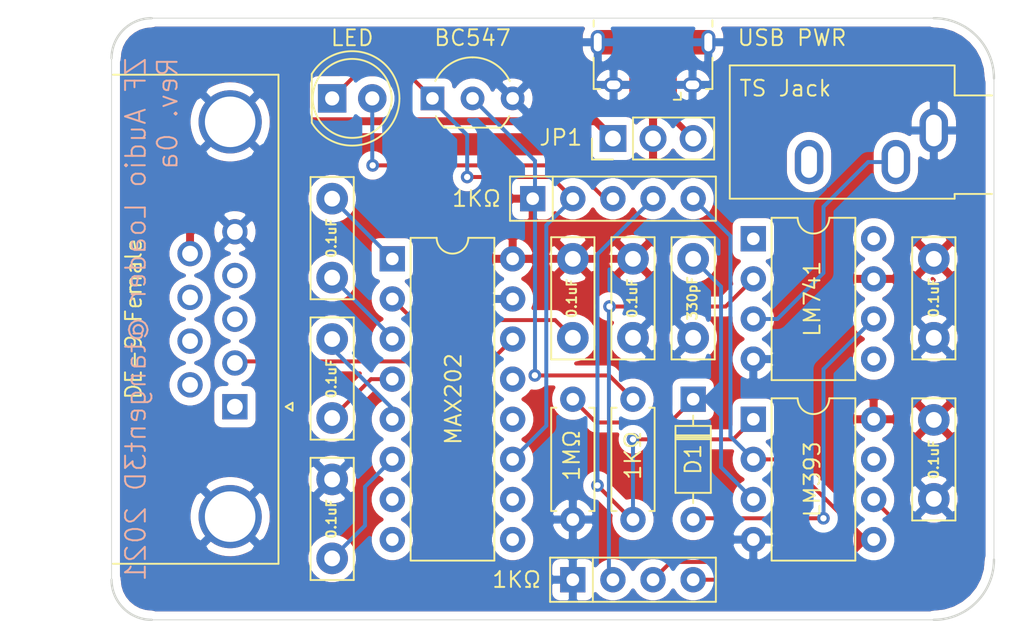
<source format=kicad_pcb>
(kicad_pcb (version 20171130) (host pcbnew "(5.1.12)-1")
  (layers (0 F.Cu signal) (31 B.Cu signal) (34 B.Paste user hide) (35 F.Paste user hide) (36 B.SilkS user) (37 F.SilkS user) (38 B.Mask user) (39 F.Mask user) (44 Edge.Cuts user))
  (net 0 "")
  (net 1 GND)
  (net 2 VCC)
  (net 3 "Net-(C4-Pad2)")
  (net 4 "Net-(C5-Pad2)")
  (net 5 "Net-(C5-Pad1)")
  (net 6 "Net-(C6-Pad2)")
  (net 7 "Net-(C7-Pad2)")
  (net 8 "Net-(C7-Pad1)")
  (net 9 "Net-(C8-Pad1)")
  (net 10 "Net-(D1-Pad2)")
  (net 11 RN1c)
  (net 12 RN1d)
  (net 13 "Net-(J1-Pad1)")
  (net 14 "Net-(J2-Pad1)")
  (net 15 "Net-(J2-Pad2)")
  (net 16 "Net-(J2-Pad3)")
  (net 17 "Net-(J2-Pad4)")
  (net 18 "Net-(J2-Pad6)")
  (net 19 "Net-(J2-Pad7)")
  (net 20 "Net-(J2-Pad8)")
  (net 21 PIN_9)
  (net 22 "Net-(J3-PadT)")
  (net 23 "Net-(Q1-Pad2)")
  (net 24 RN1b)
  (net 25 RN1a)
  (net 26 RN2a)
  (net 27 RN2c)
  (net 28 "Net-(U1-Pad8)")
  (net 29 "Net-(U1-Pad5)")
  (net 30 "Net-(U1-Pad1)")
  (net 31 "Net-(U2-Pad7)")
  (net 32 "Net-(U3-Pad9)")
  (net 33 "Net-(U3-Pad10)")
  (net 34 "Net-(U3-Pad12)")
  (net 35 "Net-(U3-Pad13)")
  (net 36 "Net-(U3-Pad7)")
  (net 37 "Net-(U3-Pad8)")
  (net 38 "Net-(J1-Pad4)")
  (net 39 "Net-(J1-Pad3)")
  (net 40 "Net-(J1-Pad2)")
  (module Connector_Audio:Jack_3.5mm_CUI_SJ1-3533NG_Horizontal (layer F.Cu) (at 163.045 81.432 270)
    (fp_text reference J3 hide)
    (fp_text value "TS Jack" (at -2.667 9.398 180) (layer F.SilkS) (effects (font (thickness 0.125))))
    (fp_line (start 4.02 -3.683) (end 4.02 -1.32) (layer F.SilkS) (width 0.12))
    (fp_line (start 4.02 -1.32) (end 4.32 -1.32) (layer F.SilkS) (width 0.12))
    (fp_line (start 4.32 -1.32) (end 4.32 12.92) (layer F.SilkS) (width 0.12))
    (fp_line (start 4.32 12.92) (end -4.12 12.92) (layer F.SilkS) (width 0.12))
    (fp_line (start -4.12 12.92) (end -4.12 -1.32) (layer F.SilkS) (width 0.12))
    (fp_line (start -4.12 -1.32) (end -2.22 -1.32) (layer F.SilkS) (width 0.12))
    (fp_line (start -2.22 -1.32) (end -2.22 -3.683) (layer F.SilkS) (width 0.12))
    (pad R thru_hole oval (at 2 7.9 270) (size 2.8 1.8) (drill oval 2 1) (layers *.Cu *.Mask))
    (pad T thru_hole oval (at 2 2.4 270) (size 2.8 1.8) (drill oval 2 1) (layers *.Cu *.Mask) (net 22 "Net-(J3-PadT)"))
    (pad S thru_hole oval (at 0 0 270) (size 2.8 1.8) (drill oval 2 1) (layers *.Cu *.Mask) (net 1 GND))
  )
  (module Connector_Dsub:DSUB-9_Female_Horizontal_P2.77x2.84mm_EdgePinOffset4.94mm_Housed_MountingHolesOffset7.48mm (layer F.Cu) (at 118.7855 98.9255 270)
    (fp_text reference J2 hide)
    (fp_text value "DE-9 Female" (at -5.5555 6.4135 90) (layer F.SilkS) (effects (font (thickness 0.125))))
    (fp_line (start -21.025 7.72) (end -21.025 -2.76) (layer F.SilkS) (width 0.12))
    (fp_line (start -21.025 -2.76) (end 9.945 -2.76) (layer F.SilkS) (width 0.12))
    (fp_line (start 9.945 -2.76) (end 9.945 7.72) (layer F.SilkS) (width 0.12))
    (fp_line (start -0.25 -3.654338) (end 0.25 -3.654338) (layer F.SilkS) (width 0.12))
    (fp_line (start 0.25 -3.654338) (end 0 -3.221325) (layer F.SilkS) (width 0.12))
    (fp_line (start 0 -3.221325) (end -0.25 -3.654338) (layer F.SilkS) (width 0.12))
    (pad 0 thru_hole circle (at 6.96 0.3 270) (size 4 4) (drill 3.2) (layers *.Cu *.Mask) (net 1 GND))
    (pad 0 thru_hole circle (at -18.04 0.3 270) (size 4 4) (drill 3.2) (layers *.Cu *.Mask) (net 1 GND))
    (pad 9 thru_hole circle (at -9.695 2.84 270) (size 1.6 1.6) (drill 1) (layers *.Cu *.Mask) (net 21 PIN_9))
    (pad 8 thru_hole circle (at -6.925 2.84 270) (size 1.6 1.6) (drill 1) (layers *.Cu *.Mask) (net 20 "Net-(J2-Pad8)"))
    (pad 7 thru_hole circle (at -4.155 2.84 270) (size 1.6 1.6) (drill 1) (layers *.Cu *.Mask) (net 19 "Net-(J2-Pad7)"))
    (pad 6 thru_hole circle (at -1.385 2.84 270) (size 1.6 1.6) (drill 1) (layers *.Cu *.Mask) (net 18 "Net-(J2-Pad6)"))
    (pad 5 thru_hole circle (at -11.08 0 270) (size 1.6 1.6) (drill 1) (layers *.Cu *.Mask) (net 1 GND))
    (pad 4 thru_hole circle (at -8.31 0 270) (size 1.6 1.6) (drill 1) (layers *.Cu *.Mask) (net 17 "Net-(J2-Pad4)"))
    (pad 3 thru_hole circle (at -5.54 0 270) (size 1.6 1.6) (drill 1) (layers *.Cu *.Mask) (net 16 "Net-(J2-Pad3)"))
    (pad 2 thru_hole circle (at -2.77 0 270) (size 1.6 1.6) (drill 1) (layers *.Cu *.Mask) (net 15 "Net-(J2-Pad2)"))
    (pad 1 thru_hole rect (at 0 0 270) (size 1.6 1.6) (drill 1) (layers *.Cu *.Mask) (net 14 "Net-(J2-Pad1)"))
  )
  (module Package_TO_SOT_THT:TO-92_Inline_Wide (layer F.Cu) (at 131.295 79.4)
    (fp_text reference Q1 hide)
    (fp_text value BC547 (at 2.54 -3.833) (layer F.SilkS) (effects (font (thickness 0.125))))
    (fp_line (start 0.74 1.85) (end 4.34 1.85) (layer F.SilkS) (width 0.12))
    (fp_arc (start 2.54 0) (end 0.74 1.85) (angle 20) (layer F.SilkS) (width 0.12))
    (fp_arc (start 2.54 0) (end 2.54 -2.6) (angle -65) (layer F.SilkS) (width 0.12))
    (fp_arc (start 2.54 0) (end 2.54 -2.6) (angle 65) (layer F.SilkS) (width 0.12))
    (fp_arc (start 2.54 0) (end 4.34 1.85) (angle -20) (layer F.SilkS) (width 0.12))
    (pad 2 thru_hole circle (at 2.54 0) (size 1.5 1.5) (drill 0.8) (layers *.Cu *.Mask) (net 23 "Net-(Q1-Pad2)"))
    (pad 3 thru_hole circle (at 5.08 0) (size 1.5 1.5) (drill 0.8) (layers *.Cu *.Mask) (net 1 GND))
    (pad 1 thru_hole rect (at 0 0) (size 1.5 1.5) (drill 0.8) (layers *.Cu *.Mask) (net 11 RN1c))
  )
  (module Capacitor_THT:C_Disc_D7.5mm_W2.5mm_P5.00mm (layer F.Cu) (at 163.045 89.56 270)
    (fp_text reference C1 hide)
    (fp_text value 0.1uF (at 2.46 0 90) (layer F.SilkS) (effects (font (size 0.6 0.6) (thickness 0.125))))
    (fp_line (start 6.37 -1.37) (end 6.37 1.37) (layer F.SilkS) (width 0.12))
    (fp_line (start -1.37 -1.37) (end -1.37 1.37) (layer F.SilkS) (width 0.12))
    (fp_line (start -1.37 1.37) (end 6.37 1.37) (layer F.SilkS) (width 0.12))
    (fp_line (start -1.37 -1.37) (end 6.37 -1.37) (layer F.SilkS) (width 0.12))
    (pad 2 thru_hole circle (at 5 0 270) (size 2 2) (drill 1) (layers *.Cu *.Mask) (net 1 GND))
    (pad 1 thru_hole circle (at 0 0 270) (size 2 2) (drill 1) (layers *.Cu *.Mask) (net 2 VCC))
  )
  (module Capacitor_THT:C_Disc_D7.5mm_W2.5mm_P5.00mm (layer F.Cu) (at 163.045 99.76 270)
    (fp_text reference C2 hide)
    (fp_text value 0.1uF (at 2.5 0 90) (layer F.SilkS) (effects (font (size 0.6 0.6) (thickness 0.125))))
    (fp_line (start -1.37 -1.37) (end 6.37 -1.37) (layer F.SilkS) (width 0.12))
    (fp_line (start -1.37 1.37) (end 6.37 1.37) (layer F.SilkS) (width 0.12))
    (fp_line (start -1.37 -1.37) (end -1.37 1.37) (layer F.SilkS) (width 0.12))
    (fp_line (start 6.37 -1.37) (end 6.37 1.37) (layer F.SilkS) (width 0.12))
    (pad 1 thru_hole circle (at 0 0 270) (size 2 2) (drill 1) (layers *.Cu *.Mask) (net 2 VCC))
    (pad 2 thru_hole circle (at 5 0 270) (size 2 2) (drill 1) (layers *.Cu *.Mask) (net 1 GND))
  )
  (module Capacitor_THT:C_Disc_D7.5mm_W2.5mm_P5.00mm (layer F.Cu) (at 143.995 89.56 270)
    (fp_text reference C3 hide)
    (fp_text value 0.1uF (at 2.5 0.04925 90) (layer F.SilkS) (effects (font (size 0.6 0.6) (thickness 0.125))))
    (fp_line (start -1.37 -1.37) (end 6.37 -1.37) (layer F.SilkS) (width 0.12))
    (fp_line (start -1.37 1.37) (end 6.37 1.37) (layer F.SilkS) (width 0.12))
    (fp_line (start -1.37 -1.37) (end -1.37 1.37) (layer F.SilkS) (width 0.12))
    (fp_line (start 6.37 -1.37) (end 6.37 1.37) (layer F.SilkS) (width 0.12))
    (pad 1 thru_hole circle (at 0 0 270) (size 2 2) (drill 1) (layers *.Cu *.Mask) (net 2 VCC))
    (pad 2 thru_hole circle (at 5 0 270) (size 2 2) (drill 1) (layers *.Cu *.Mask) (net 1 GND))
  )
  (module Capacitor_THT:C_Disc_D7.5mm_W2.5mm_P5.00mm (layer F.Cu) (at 147.805 94.56 90)
    (fp_text reference C4 hide)
    (fp_text value 330pF (at 2.5 -0.04925 90) (layer F.SilkS) (effects (font (size 0.6 0.6) (thickness 0.125))))
    (fp_line (start -1.37 -1.37) (end 6.37 -1.37) (layer F.SilkS) (width 0.12))
    (fp_line (start -1.37 1.37) (end 6.37 1.37) (layer F.SilkS) (width 0.12))
    (fp_line (start -1.37 -1.37) (end -1.37 1.37) (layer F.SilkS) (width 0.12))
    (fp_line (start 6.37 -1.37) (end 6.37 1.37) (layer F.SilkS) (width 0.12))
    (pad 1 thru_hole circle (at 0 0 90) (size 2 2) (drill 1) (layers *.Cu *.Mask) (net 1 GND))
    (pad 2 thru_hole circle (at 5 0 90) (size 2 2) (drill 1) (layers *.Cu *.Mask) (net 3 "Net-(C4-Pad2)"))
  )
  (module Capacitor_THT:C_Disc_D7.5mm_W2.5mm_P5.00mm (layer F.Cu) (at 124.945 90.75 90)
    (fp_text reference C5 hide)
    (fp_text value 0.1uF (at 2.5 -0.04925 90) (layer F.SilkS) (effects (font (size 0.6 0.6) (thickness 0.125))))
    (fp_line (start -1.37 -1.37) (end 6.37 -1.37) (layer F.SilkS) (width 0.12))
    (fp_line (start -1.37 1.37) (end 6.37 1.37) (layer F.SilkS) (width 0.12))
    (fp_line (start -1.37 -1.37) (end -1.37 1.37) (layer F.SilkS) (width 0.12))
    (fp_line (start 6.37 -1.37) (end 6.37 1.37) (layer F.SilkS) (width 0.12))
    (pad 1 thru_hole circle (at 0 0 90) (size 2 2) (drill 1) (layers *.Cu *.Mask) (net 5 "Net-(C5-Pad1)"))
    (pad 2 thru_hole circle (at 5 0 90) (size 2 2) (drill 1) (layers *.Cu *.Mask) (net 4 "Net-(C5-Pad2)"))
  )
  (module Capacitor_THT:C_Disc_D7.5mm_W2.5mm_P5.00mm (layer F.Cu) (at 140.185 89.56 270)
    (fp_text reference C6 hide)
    (fp_text value 0.1uF (at 2.5 0.0675 90) (layer F.SilkS) (effects (font (size 0.6 0.6) (thickness 0.125))))
    (fp_line (start 6.37 -1.37) (end 6.37 1.37) (layer F.SilkS) (width 0.12))
    (fp_line (start -1.37 -1.37) (end -1.37 1.37) (layer F.SilkS) (width 0.12))
    (fp_line (start -1.37 1.37) (end 6.37 1.37) (layer F.SilkS) (width 0.12))
    (fp_line (start -1.37 -1.37) (end 6.37 -1.37) (layer F.SilkS) (width 0.12))
    (pad 2 thru_hole circle (at 5 0 270) (size 2 2) (drill 1) (layers *.Cu *.Mask) (net 6 "Net-(C6-Pad2)"))
    (pad 1 thru_hole circle (at 0 0 270) (size 2 2) (drill 1) (layers *.Cu *.Mask) (net 2 VCC))
  )
  (module Capacitor_THT:C_Disc_D7.5mm_W2.5mm_P5.00mm (layer F.Cu) (at 124.945 99.64 90)
    (fp_text reference C7 hide)
    (fp_text value 0.1uF (at 2.5 -0.04925 90) (layer F.SilkS) (effects (font (size 0.6 0.6) (thickness 0.125))))
    (fp_line (start -1.37 -1.37) (end 6.37 -1.37) (layer F.SilkS) (width 0.12))
    (fp_line (start -1.37 1.37) (end 6.37 1.37) (layer F.SilkS) (width 0.12))
    (fp_line (start -1.37 -1.37) (end -1.37 1.37) (layer F.SilkS) (width 0.12))
    (fp_line (start 6.37 -1.37) (end 6.37 1.37) (layer F.SilkS) (width 0.12))
    (pad 1 thru_hole circle (at 0 0 90) (size 2 2) (drill 1) (layers *.Cu *.Mask) (net 8 "Net-(C7-Pad1)"))
    (pad 2 thru_hole circle (at 5 0 90) (size 2 2) (drill 1) (layers *.Cu *.Mask) (net 7 "Net-(C7-Pad2)"))
  )
  (module Capacitor_THT:C_Disc_D7.5mm_W2.5mm_P5.00mm (layer F.Cu) (at 124.945 108.53 90)
    (fp_text reference C8 hide)
    (fp_text value 0.1uF (at 2.5 -0.04925 90) (layer F.SilkS) (effects (font (size 0.6 0.6) (thickness 0.125))))
    (fp_line (start 6.37 -1.37) (end 6.37 1.37) (layer F.SilkS) (width 0.12))
    (fp_line (start -1.37 -1.37) (end -1.37 1.37) (layer F.SilkS) (width 0.12))
    (fp_line (start -1.37 1.37) (end 6.37 1.37) (layer F.SilkS) (width 0.12))
    (fp_line (start -1.37 -1.37) (end 6.37 -1.37) (layer F.SilkS) (width 0.12))
    (pad 2 thru_hole circle (at 5 0 90) (size 2 2) (drill 1) (layers *.Cu *.Mask) (net 1 GND))
    (pad 1 thru_hole circle (at 0 0 90) (size 2 2) (drill 1) (layers *.Cu *.Mask) (net 9 "Net-(C8-Pad1)"))
  )
  (module Diode_THT:D_DO-35_SOD27_P7.62mm_Horizontal (layer F.Cu) (at 147.805 98.45 270)
    (fp_text reference D1 (at 3.81 0 90) (layer F.SilkS) (effects (font (thickness 0.125))))
    (fp_text value 1N4148)
    (fp_line (start 2.29 -1.12) (end 2.29 1.12) (layer F.SilkS) (width 0.12))
    (fp_line (start 2.53 -1.12) (end 2.53 1.12) (layer F.SilkS) (width 0.12))
    (fp_line (start 2.41 -1.12) (end 2.41 1.12) (layer F.SilkS) (width 0.12))
    (fp_line (start 6.58 0) (end 5.93 0) (layer F.SilkS) (width 0.12))
    (fp_line (start 1.04 0) (end 1.69 0) (layer F.SilkS) (width 0.12))
    (fp_line (start 5.93 -1.12) (end 1.69 -1.12) (layer F.SilkS) (width 0.12))
    (fp_line (start 5.93 1.12) (end 5.93 -1.12) (layer F.SilkS) (width 0.12))
    (fp_line (start 1.69 1.12) (end 5.93 1.12) (layer F.SilkS) (width 0.12))
    (fp_line (start 1.69 -1.12) (end 1.69 1.12) (layer F.SilkS) (width 0.12))
    (pad 2 thru_hole oval (at 7.62 0 270) (size 1.6 1.6) (drill 0.8) (layers *.Cu *.Mask) (net 10 "Net-(D1-Pad2)"))
    (pad 1 thru_hole rect (at 0 0 270) (size 1.6 1.6) (drill 0.8) (layers *.Cu *.Mask) (net 3 "Net-(C4-Pad2)"))
  )
  (module LED_THT:LED_D5.0mm (layer F.Cu) (at 124.945 79.4)
    (fp_text reference D2 hide)
    (fp_text value LED (at 1.27 -3.82675) (layer F.SilkS) (effects (font (thickness 0.125))))
    (fp_circle (center 1.27 0) (end 3.77 0) (layer F.SilkS) (width 0.12))
    (fp_line (start -1.29 -1.545) (end -1.29 1.545) (layer F.SilkS) (width 0.12))
    (fp_arc (start 1.27 0) (end -1.29 -1.54483) (angle 148.9) (layer F.SilkS) (width 0.12))
    (fp_arc (start 1.27 0) (end -1.29 1.54483) (angle -148.9) (layer F.SilkS) (width 0.12))
    (pad 1 thru_hole rect (at 0 0) (size 1.8 1.8) (drill 0.9) (layers *.Cu *.Mask) (net 11 RN1c))
    (pad 2 thru_hole circle (at 2.54 0) (size 1.8 1.8) (drill 0.9) (layers *.Cu *.Mask) (net 12 RN1d))
  )
  (module Connector_PinHeader_2.54mm:PinHeader_1x03_P2.54mm_Vertical (layer F.Cu) (at 142.725 81.94 90)
    (fp_text reference JP1 (at 0.06125 -3.302 180) (layer F.SilkS) (effects (font (thickness 0.125))))
    (fp_text value Jumper_3_Open)
    (fp_line (start -1.33 -1.33) (end 0 -1.33) (layer F.SilkS) (width 0.12))
    (fp_line (start -1.33 0) (end -1.33 -1.33) (layer F.SilkS) (width 0.12))
    (fp_line (start -1.33 1.27) (end 1.33 1.27) (layer F.SilkS) (width 0.12))
    (fp_line (start 1.33 1.27) (end 1.33 6.41) (layer F.SilkS) (width 0.12))
    (fp_line (start -1.33 1.27) (end -1.33 6.41) (layer F.SilkS) (width 0.12))
    (fp_line (start -1.33 6.41) (end 1.33 6.41) (layer F.SilkS) (width 0.12))
    (pad 3 thru_hole oval (at 0 5.08 90) (size 1.7 1.7) (drill 1) (layers *.Cu *.Mask) (net 13 "Net-(J1-Pad1)"))
    (pad 2 thru_hole oval (at 0 2.54 90) (size 1.7 1.7) (drill 1) (layers *.Cu *.Mask) (net 2 VCC))
    (pad 1 thru_hole rect (at 0 0 90) (size 1.7 1.7) (drill 1) (layers *.Cu *.Mask) (net 21 PIN_9))
  )
  (module Resistor_THT:R_Axial_DIN0207_L6.3mm_D2.5mm_P7.62mm_Horizontal (layer F.Cu) (at 140.185 98.45 270)
    (fp_text reference R1 hide)
    (fp_text value 1MΩ (at 3.556001 0.0675 90) (layer F.SilkS) (effects (font (thickness 0.125))))
    (fp_line (start 7.08 1.37) (end 7.08 1.04) (layer F.SilkS) (width 0.12))
    (fp_line (start 0.54 1.37) (end 7.08 1.37) (layer F.SilkS) (width 0.12))
    (fp_line (start 0.54 1.04) (end 0.54 1.37) (layer F.SilkS) (width 0.12))
    (fp_line (start 7.08 -1.37) (end 7.08 -1.04) (layer F.SilkS) (width 0.12))
    (fp_line (start 0.54 -1.37) (end 7.08 -1.37) (layer F.SilkS) (width 0.12))
    (fp_line (start 0.54 -1.04) (end 0.54 -1.37) (layer F.SilkS) (width 0.12))
    (pad 2 thru_hole oval (at 7.62 0 270) (size 1.6 1.6) (drill 0.8) (layers *.Cu *.Mask) (net 1 GND))
    (pad 1 thru_hole circle (at 0 0 270) (size 1.6 1.6) (drill 0.8) (layers *.Cu *.Mask) (net 3 "Net-(C4-Pad2)"))
  )
  (module Resistor_THT:R_Axial_DIN0207_L6.3mm_D2.5mm_P7.62mm_Horizontal (layer F.Cu) (at 143.995 106.07 90)
    (fp_text reference R3 hide)
    (fp_text value 1KΩ (at 4.064 0 90) (layer F.SilkS) (effects (font (thickness 0.125))))
    (fp_line (start 0.54 -1.04) (end 0.54 -1.37) (layer F.SilkS) (width 0.12))
    (fp_line (start 0.54 -1.37) (end 7.08 -1.37) (layer F.SilkS) (width 0.12))
    (fp_line (start 7.08 -1.37) (end 7.08 -1.04) (layer F.SilkS) (width 0.12))
    (fp_line (start 0.54 1.04) (end 0.54 1.37) (layer F.SilkS) (width 0.12))
    (fp_line (start 0.54 1.37) (end 7.08 1.37) (layer F.SilkS) (width 0.12))
    (fp_line (start 7.08 1.37) (end 7.08 1.04) (layer F.SilkS) (width 0.12))
    (pad 1 thru_hole circle (at 0 0 90) (size 1.6 1.6) (drill 0.8) (layers *.Cu *.Mask) (net 24 RN1b))
    (pad 2 thru_hole oval (at 7.62 0 90) (size 1.6 1.6) (drill 0.8) (layers *.Cu *.Mask) (net 23 "Net-(Q1-Pad2)"))
  )
  (module Resistor_THT:R_Array_SIP5 (layer F.Cu) (at 137.645 85.75)
    (fp_text reference RN1 hide)
    (fp_text value 1KΩ (at -3.556 0) (layer F.SilkS) (effects (font (thickness 0.125))))
    (fp_line (start -1.44 -1.4) (end -1.44 1.4) (layer F.SilkS) (width 0.12))
    (fp_line (start -1.44 1.4) (end 11.6 1.4) (layer F.SilkS) (width 0.12))
    (fp_line (start 11.6 1.4) (end 11.6 -1.4) (layer F.SilkS) (width 0.12))
    (fp_line (start 11.6 -1.4) (end -1.44 -1.4) (layer F.SilkS) (width 0.12))
    (fp_line (start 1.27 -1.4) (end 1.27 1.4) (layer F.SilkS) (width 0.12))
    (pad 1 thru_hole rect (at 0 0) (size 1.6 1.6) (drill 0.8) (layers *.Cu *.Mask) (net 2 VCC))
    (pad 2 thru_hole oval (at 2.54 0) (size 1.6 1.6) (drill 0.8) (layers *.Cu *.Mask) (net 11 RN1c))
    (pad 3 thru_hole oval (at 5.08 0) (size 1.6 1.6) (drill 0.8) (layers *.Cu *.Mask) (net 12 RN1d))
    (pad 4 thru_hole oval (at 7.62 0) (size 1.6 1.6) (drill 0.8) (layers *.Cu *.Mask) (net 24 RN1b))
    (pad 5 thru_hole oval (at 10.16 0) (size 1.6 1.6) (drill 0.8) (layers *.Cu *.Mask) (net 25 RN1a))
  )
  (module Resistor_THT:R_Array_SIP4 (layer F.Cu) (at 140.185 109.88)
    (fp_text reference RN2 hide)
    (fp_text value 1KΩ (at -3.556 0) (layer F.SilkS) (effects (font (thickness 0.125))))
    (fp_line (start 1.27 -1.4) (end 1.27 1.4) (layer F.SilkS) (width 0.12))
    (fp_line (start 9.06 -1.4) (end -1.44 -1.4) (layer F.SilkS) (width 0.12))
    (fp_line (start 9.06 1.4) (end 9.06 -1.4) (layer F.SilkS) (width 0.12))
    (fp_line (start -1.44 1.4) (end 9.06 1.4) (layer F.SilkS) (width 0.12))
    (fp_line (start -1.44 -1.4) (end -1.44 1.4) (layer F.SilkS) (width 0.12))
    (pad 4 thru_hole oval (at 7.62 0) (size 1.6 1.6) (drill 0.8) (layers *.Cu *.Mask) (net 27 RN2c))
    (pad 3 thru_hole oval (at 5.08 0) (size 1.6 1.6) (drill 0.8) (layers *.Cu *.Mask) (net 25 RN1a))
    (pad 2 thru_hole oval (at 2.54 0) (size 1.6 1.6) (drill 0.8) (layers *.Cu *.Mask) (net 26 RN2a))
    (pad 1 thru_hole rect (at 0 0) (size 1.6 1.6) (drill 0.8) (layers *.Cu *.Mask) (net 1 GND))
  )
  (module Package_DIP:DIP-8_W7.62mm (layer F.Cu) (at 151.615 88.29)
    (fp_text reference U1 hide)
    (fp_text value LM741 (at 3.7325 3.8 90) (layer F.SilkS) (effects (font (thickness 0.125))))
    (fp_line (start 6.46 -1.33) (end 4.81 -1.33) (layer F.SilkS) (width 0.12))
    (fp_line (start 6.46 8.95) (end 6.46 -1.33) (layer F.SilkS) (width 0.12))
    (fp_line (start 1.16 8.95) (end 6.46 8.95) (layer F.SilkS) (width 0.12))
    (fp_line (start 1.16 -1.33) (end 1.16 8.95) (layer F.SilkS) (width 0.12))
    (fp_line (start 2.81 -1.33) (end 1.16 -1.33) (layer F.SilkS) (width 0.12))
    (fp_arc (start 3.81 -1.33) (end 2.81 -1.33) (angle -180) (layer F.SilkS) (width 0.12))
    (pad 8 thru_hole oval (at 7.62 0) (size 1.6 1.6) (drill 0.8) (layers *.Cu *.Mask) (net 28 "Net-(U1-Pad8)"))
    (pad 4 thru_hole oval (at 0 7.62) (size 1.6 1.6) (drill 0.8) (layers *.Cu *.Mask) (net 1 GND))
    (pad 7 thru_hole oval (at 7.62 2.54) (size 1.6 1.6) (drill 0.8) (layers *.Cu *.Mask) (net 2 VCC))
    (pad 3 thru_hole oval (at 0 5.08) (size 1.6 1.6) (drill 0.8) (layers *.Cu *.Mask) (net 22 "Net-(J3-PadT)"))
    (pad 6 thru_hole oval (at 7.62 5.08) (size 1.6 1.6) (drill 0.8) (layers *.Cu *.Mask) (net 10 "Net-(D1-Pad2)"))
    (pad 2 thru_hole oval (at 0 2.54) (size 1.6 1.6) (drill 0.8) (layers *.Cu *.Mask) (net 26 RN2a))
    (pad 5 thru_hole oval (at 7.62 7.62) (size 1.6 1.6) (drill 0.8) (layers *.Cu *.Mask) (net 29 "Net-(U1-Pad5)"))
    (pad 1 thru_hole rect (at 0 0) (size 1.6 1.6) (drill 0.8) (layers *.Cu *.Mask) (net 30 "Net-(U1-Pad1)"))
  )
  (module Package_DIP:DIP-8_W7.62mm (layer F.Cu) (at 151.615 99.72)
    (fp_text reference U2 hide)
    (fp_text value LM393 (at 3.7325 3.8 90) (layer F.SilkS) (effects (font (thickness 0.125))))
    (fp_line (start 2.81 -1.33) (end 1.16 -1.33) (layer F.SilkS) (width 0.12))
    (fp_line (start 1.16 -1.33) (end 1.16 8.95) (layer F.SilkS) (width 0.12))
    (fp_line (start 1.16 8.95) (end 6.46 8.95) (layer F.SilkS) (width 0.12))
    (fp_line (start 6.46 8.95) (end 6.46 -1.33) (layer F.SilkS) (width 0.12))
    (fp_line (start 6.46 -1.33) (end 4.81 -1.33) (layer F.SilkS) (width 0.12))
    (fp_arc (start 3.81 -1.33) (end 2.81 -1.33) (angle -180) (layer F.SilkS) (width 0.12))
    (pad 1 thru_hole rect (at 0 0) (size 1.6 1.6) (drill 0.8) (layers *.Cu *.Mask) (net 24 RN1b))
    (pad 5 thru_hole oval (at 7.62 7.62) (size 1.6 1.6) (drill 0.8) (layers *.Cu *.Mask) (net 25 RN1a))
    (pad 2 thru_hole oval (at 0 2.54) (size 1.6 1.6) (drill 0.8) (layers *.Cu *.Mask) (net 25 RN1a))
    (pad 6 thru_hole oval (at 7.62 5.08) (size 1.6 1.6) (drill 0.8) (layers *.Cu *.Mask) (net 27 RN2c))
    (pad 3 thru_hole oval (at 0 5.08) (size 1.6 1.6) (drill 0.8) (layers *.Cu *.Mask) (net 3 "Net-(C4-Pad2)"))
    (pad 7 thru_hole oval (at 7.62 2.54) (size 1.6 1.6) (drill 0.8) (layers *.Cu *.Mask) (net 31 "Net-(U2-Pad7)"))
    (pad 4 thru_hole oval (at 0 7.62) (size 1.6 1.6) (drill 0.8) (layers *.Cu *.Mask) (net 1 GND))
    (pad 8 thru_hole oval (at 7.62 0) (size 1.6 1.6) (drill 0.8) (layers *.Cu *.Mask) (net 2 VCC))
  )
  (module Package_DIP:DIP-16_W7.62mm (layer F.Cu) (at 128.755 89.56)
    (fp_text reference U3 hide)
    (fp_text value MAX202)
    (fp_line (start 2.81 -1.33) (end 1.16 -1.33) (layer F.SilkS) (width 0.12))
    (fp_line (start 1.16 -1.33) (end 1.16 19.11) (layer F.SilkS) (width 0.12))
    (fp_line (start 1.16 19.11) (end 6.46 19.11) (layer F.SilkS) (width 0.12))
    (fp_line (start 6.46 19.11) (end 6.46 -1.33) (layer F.SilkS) (width 0.12))
    (fp_line (start 6.46 -1.33) (end 4.81 -1.33) (layer F.SilkS) (width 0.12))
    (fp_arc (start 3.81 -1.33) (end 2.81 -1.33) (angle -180) (layer F.SilkS) (width 0.12))
    (pad 1 thru_hole rect (at 0 0) (size 1.6 1.6) (drill 0.8) (layers *.Cu *.Mask) (net 4 "Net-(C5-Pad2)"))
    (pad 9 thru_hole oval (at 7.62 17.78) (size 1.6 1.6) (drill 0.8) (layers *.Cu *.Mask) (net 32 "Net-(U3-Pad9)"))
    (pad 2 thru_hole oval (at 0 2.54) (size 1.6 1.6) (drill 0.8) (layers *.Cu *.Mask) (net 6 "Net-(C6-Pad2)"))
    (pad 10 thru_hole oval (at 7.62 15.24) (size 1.6 1.6) (drill 0.8) (layers *.Cu *.Mask) (net 33 "Net-(U3-Pad10)"))
    (pad 3 thru_hole oval (at 0 5.08) (size 1.6 1.6) (drill 0.8) (layers *.Cu *.Mask) (net 5 "Net-(C5-Pad1)"))
    (pad 11 thru_hole oval (at 7.62 12.7) (size 1.6 1.6) (drill 0.8) (layers *.Cu *.Mask) (net 11 RN1c))
    (pad 4 thru_hole oval (at 0 7.62) (size 1.6 1.6) (drill 0.8) (layers *.Cu *.Mask) (net 8 "Net-(C7-Pad1)"))
    (pad 12 thru_hole oval (at 7.62 10.16) (size 1.6 1.6) (drill 0.8) (layers *.Cu *.Mask) (net 34 "Net-(U3-Pad12)"))
    (pad 5 thru_hole oval (at 0 10.16) (size 1.6 1.6) (drill 0.8) (layers *.Cu *.Mask) (net 7 "Net-(C7-Pad2)"))
    (pad 13 thru_hole oval (at 7.62 7.62) (size 1.6 1.6) (drill 0.8) (layers *.Cu *.Mask) (net 35 "Net-(U3-Pad13)"))
    (pad 6 thru_hole oval (at 0 12.7) (size 1.6 1.6) (drill 0.8) (layers *.Cu *.Mask) (net 9 "Net-(C8-Pad1)"))
    (pad 14 thru_hole oval (at 7.62 5.08) (size 1.6 1.6) (drill 0.8) (layers *.Cu *.Mask) (net 15 "Net-(J2-Pad2)"))
    (pad 7 thru_hole oval (at 0 15.24) (size 1.6 1.6) (drill 0.8) (layers *.Cu *.Mask) (net 36 "Net-(U3-Pad7)"))
    (pad 15 thru_hole oval (at 7.62 2.54) (size 1.6 1.6) (drill 0.8) (layers *.Cu *.Mask) (net 1 GND))
    (pad 8 thru_hole oval (at 0 17.78) (size 1.6 1.6) (drill 0.8) (layers *.Cu *.Mask) (net 37 "Net-(U3-Pad8)"))
    (pad 16 thru_hole oval (at 7.62 0) (size 1.6 1.6) (drill 0.8) (layers *.Cu *.Mask) (net 2 VCC))
  )
  (module Connector_USB:USB_Micro-B_Amphenol_10118194_Horizontal (layer F.Cu) (at 145.265 77.144 180)
    (fp_text reference J1 hide)
    (fp_text value "USB PWR" (at -8.802619 1.577) (layer F.SilkS) (effects (font (thickness 0.125))))
    (fp_line (start 3.76 0.32) (end 3.76 -1.66) (layer F.SilkS) (width 0.12))
    (fp_line (start 3.76 -1.66) (end 3.34 -1.66) (layer F.SilkS) (width 0.12))
    (fp_line (start 3.76 2.29) (end 3.76 2.69) (layer F.SilkS) (width 0.12))
    (fp_line (start -3.76 2.69) (end -3.76 2.29) (layer F.SilkS) (width 0.12))
    (fp_line (start -3.76 0.32) (end -3.76 -1.66) (layer F.SilkS) (width 0.12))
    (fp_line (start -3.76 -1.66) (end -3.34 -1.66) (layer F.SilkS) (width 0.12))
    (fp_line (start -1.31 -2.34) (end -1.76 -2.34) (layer F.SilkS) (width 0.12))
    (fp_line (start -1.76 -1.89) (end -1.76 -2.34) (layer F.SilkS) (width 0.12))
    (pad 6 thru_hole oval (at 3.5 1.3 180) (size 0.89 1.55) (drill oval 0.5 1.15) (layers *.Cu *.Mask) (net 1 GND))
    (pad 6 thru_hole oval (at -3.5 1.3 180) (size 0.89 1.55) (drill oval 0.5 1.15) (layers *.Cu *.Mask) (net 1 GND))
    (pad 6 smd rect (at 2.9 1.3 180) (size 1.2 1.55) (layers F.Cu F.Paste F.Mask) (net 1 GND))
    (pad 6 smd rect (at -2.9 1.3 180) (size 1.2 1.55) (layers F.Cu F.Paste F.Mask) (net 1 GND))
    (pad 6 smd rect (at 1 1.3 180) (size 1.5 1.55) (layers F.Cu F.Paste F.Mask) (net 1 GND))
    (pad 6 smd rect (at -1 1.3 180) (size 1.5 1.55) (layers F.Cu F.Paste F.Mask) (net 1 GND))
    (pad 6 thru_hole oval (at 2.5 -1.4 180) (size 1.25 0.95) (drill oval 0.85 0.55) (layers *.Cu *.Mask) (net 1 GND))
    (pad 6 thru_hole oval (at -2.5 -1.4 180) (size 1.25 0.95) (drill oval 0.85 0.55) (layers *.Cu *.Mask) (net 1 GND))
    (pad 5 smd rect (at 1.3 -1.4 180) (size 0.4 1.35) (layers F.Cu F.Paste F.Mask) (net 1 GND))
    (pad 4 smd rect (at 0.65 -1.4 180) (size 0.4 1.35) (layers F.Cu F.Paste F.Mask) (net 38 "Net-(J1-Pad4)"))
    (pad 3 smd rect (at 0 -1.4 180) (size 0.4 1.35) (layers F.Cu F.Paste F.Mask) (net 39 "Net-(J1-Pad3)"))
    (pad 2 smd rect (at -0.65 -1.4 180) (size 0.4 1.35) (layers F.Cu F.Paste F.Mask) (net 40 "Net-(J1-Pad2)"))
    (pad 1 smd rect (at -1.3 -1.4 180) (size 0.4 1.35) (layers F.Cu F.Paste F.Mask) (net 13 "Net-(J1-Pad1)"))
  )
  (gr_text "ZF Audio Loader @tangent3D 2021\nRev. 0a" (at 113.515 76.705857 90) (layer B.SilkS) (effects (font (size 1.25 1.25) (thickness 0.125)) (justify left mirror)))
  (gr_arc (start 113.515 109.88) (end 110.975 109.88) (angle -90) (layer Edge.Cuts) (width 0.15))
  (gr_arc (start 113.515 76.86) (end 113.515 74.32) (angle -90) (layer Edge.Cuts) (width 0.15))
  (gr_text MAX202 (at 132.6225 98.435 90) (layer F.SilkS) (effects (font (size 1 1) (thickness 0.125))))
  (gr_arc (start 163.045 78.13) (end 166.855 78.13) (angle -90) (layer Edge.Cuts) (width 0.15))
  (gr_arc (start 163.045 108.61) (end 163.045 112.42) (angle -90) (layer Edge.Cuts) (width 0.15))
  (gr_line (start 113.515 74.32) (end 163.045 74.32) (layer Edge.Cuts) (width 0.05))
  (gr_line (start 166.855 108.61) (end 166.855 78.13) (layer Edge.Cuts) (width 0.05))
  (gr_line (start 113.515 112.42) (end 163.045 112.42) (layer Edge.Cuts) (width 0.05))
  (gr_line (start 110.975 76.86) (end 110.975 109.88) (layer Edge.Cuts) (width 0.05))
  (segment (start 142.765 78.544) (end 143.764999 78.544) (width 0.5) (layer F.Cu) (net 1))
  (segment (start 141.765 75.844) (end 148.765 75.844) (width 0.5) (layer F.Cu) (net 1))
  (segment (start 162.965 90.83) (end 163.045 90.91) (width 0.25) (layer F.Cu) (net 2))
  (segment (start 136.375 89.56) (end 140.185 89.56) (width 0.5) (layer F.Cu) (net 2))
  (segment (start 143.995 89.56) (end 140.185 89.56) (width 0.5) (layer F.Cu) (net 2))
  (segment (start 141.6582 99.9232) (end 140.185 98.45) (width 0.25) (layer F.Cu) (net 3))
  (segment (start 146.3318 99.9232) (end 141.6582 99.9232) (width 0.25) (layer F.Cu) (net 3))
  (segment (start 147.805 98.45) (end 146.3318 99.9232) (width 0.25) (layer F.Cu) (net 3))
  (segment (start 149.57 102.755) (end 151.615 104.8) (width 0.25) (layer B.Cu) (net 3))
  (segment (start 147.805 89.56) (end 149.57 91.325) (width 0.25) (layer B.Cu) (net 3))
  (segment (start 149.5322 98.45) (end 149.57 98.4122) (width 0.25) (layer B.Cu) (net 3))
  (segment (start 149.57 98.183) (end 149.57 98.4122) (width 0.25) (layer B.Cu) (net 3))
  (segment (start 149.1766 98.45) (end 149.5322 98.45) (width 0.25) (layer B.Cu) (net 3))
  (segment (start 149.2528 98.4754) (end 149.57 98.7926) (width 0.25) (layer B.Cu) (net 3))
  (segment (start 149.1766 98.45) (end 149.2528 98.45) (width 0.25) (layer B.Cu) (net 3))
  (segment (start 149.57 98.4122) (end 149.57 98.7672) (width 0.25) (layer B.Cu) (net 3))
  (segment (start 149.1766 98.45) (end 149.303 98.45) (width 0.25) (layer B.Cu) (net 3))
  (segment (start 149.2906 98.4122) (end 149.5576 98.1452) (width 0.25) (layer B.Cu) (net 3))
  (segment (start 149.0242 98.45) (end 149.0744 98.45) (width 0.25) (layer B.Cu) (net 3))
  (segment (start 149.57 97.9544) (end 149.57 98.183) (width 0.25) (layer B.Cu) (net 3))
  (segment (start 149.0744 98.3992) (end 149.57 97.9036) (width 0.25) (layer B.Cu) (net 3))
  (segment (start 147.805 98.45) (end 149.0242 98.45) (width 0.25) (layer B.Cu) (net 3))
  (segment (start 149.0242 98.45) (end 149.1766 98.45) (width 0.25) (layer B.Cu) (net 3))
  (segment (start 149.0242 98.45) (end 149.57 98.9958) (width 0.25) (layer B.Cu) (net 3))
  (segment (start 149.57 98.7672) (end 149.57 98.9958) (width 0.25) (layer B.Cu) (net 3))
  (segment (start 147.805 98.45) (end 148.5416 98.45) (width 0.25) (layer B.Cu) (net 3))
  (segment (start 149.57 91.325) (end 149.57 97.4216) (width 0.25) (layer B.Cu) (net 3))
  (segment (start 147.805 98.45) (end 148.668 98.45) (width 0.25) (layer B.Cu) (net 3))
  (segment (start 149.57 98.9958) (end 149.57 99.352) (width 0.25) (layer B.Cu) (net 3))
  (segment (start 148.7448 98.45) (end 149.57 97.6248) (width 0.25) (layer B.Cu) (net 3))
  (segment (start 147.805 98.45) (end 148.7448 98.45) (width 0.25) (layer B.Cu) (net 3))
  (segment (start 149.57 97.6248) (end 149.57 97.9544) (width 0.25) (layer B.Cu) (net 3))
  (segment (start 149.57 97.4216) (end 149.57 97.6248) (width 0.25) (layer B.Cu) (net 3))
  (segment (start 148.668 98.45) (end 149.57 99.352) (width 0.25) (layer B.Cu) (net 3))
  (segment (start 148.541 98.45) (end 149.57 99.479) (width 0.25) (layer B.Cu) (net 3))
  (segment (start 147.805 98.45) (end 148.541 98.45) (width 0.25) (layer B.Cu) (net 3))
  (segment (start 149.57 99.479) (end 149.57 102.755) (width 0.25) (layer B.Cu) (net 3))
  (segment (start 149.57 99.352) (end 149.57 99.479) (width 0.25) (layer B.Cu) (net 3))
  (segment (start 148.6813 98.3103) (end 148.7067 98.3103) (width 0.25) (layer B.Cu) (net 3))
  (segment (start 148.5416 98.45) (end 148.6813 98.3103) (width 0.25) (layer B.Cu) (net 3))
  (segment (start 148.6813 98.3103) (end 149.57 97.4216) (width 0.25) (layer B.Cu) (net 3))
  (segment (start 149.3922 98.9958) (end 149.57 98.9958) (width 0.25) (layer B.Cu) (net 3))
  (segment (start 148.7067 98.3103) (end 149.3922 98.9958) (width 0.25) (layer B.Cu) (net 3))
  (segment (start 124.945 85.75) (end 128.755 89.56) (width 0.25) (layer B.Cu) (net 4))
  (segment (start 128.755 94.56) (end 128.755 94.64) (width 0.25) (layer B.Cu) (net 5))
  (segment (start 124.945 90.75) (end 128.755 94.56) (width 0.25) (layer B.Cu) (net 5))
  (segment (start 139.065 93.44) (end 140.185 94.56) (width 0.25) (layer F.Cu) (net 6))
  (segment (start 130.095 93.44) (end 139.065 93.44) (width 0.25) (layer F.Cu) (net 6))
  (segment (start 128.755 92.1) (end 130.095 93.44) (width 0.25) (layer F.Cu) (net 6))
  (segment (start 124.945 94.64) (end 124.945 95.2242) (width 0.25) (layer B.Cu) (net 7))
  (segment (start 124.945 95.2242) (end 128.755 99.0342) (width 0.25) (layer B.Cu) (net 7))
  (segment (start 128.755 99.0342) (end 128.755 99.72) (width 0.25) (layer B.Cu) (net 7))
  (segment (start 127.405 97.18) (end 128.755 97.18) (width 0.25) (layer F.Cu) (net 8))
  (segment (start 124.945 99.64) (end 127.405 97.18) (width 0.25) (layer F.Cu) (net 8))
  (segment (start 127.0278 106.4472) (end 124.945 108.53) (width 0.25) (layer B.Cu) (net 9))
  (segment (start 127.0278 103.9872) (end 127.0278 106.4472) (width 0.25) (layer B.Cu) (net 9))
  (segment (start 128.755 102.26) (end 127.0278 103.9872) (width 0.25) (layer B.Cu) (net 9))
  (segment (start 156.06 96.545) (end 159.235 93.37) (width 0.25) (layer B.Cu) (net 10))
  (segment (start 155.98 105.99) (end 156.06 106.07) (width 0.25) (layer F.Cu) (net 10))
  (segment (start 147.805 106.07) (end 147.885 105.99) (width 0.25) (layer F.Cu) (net 10))
  (segment (start 156.06 106.07) (end 156.06 96.545) (width 0.25) (layer B.Cu) (net 10))
  (via (at 156.055 105.99) (size 0.8) (drill 0.4) (layers F.Cu B.Cu) (net 10))
  (segment (start 147.885 105.99) (end 155.98 105.99) (width 0.25) (layer F.Cu) (net 10))
  (via (at 133.495 84.3784) (size 0.8) (drill 0.4) (layers F.Cu B.Cu) (net 11))
  (segment (start 126.475 77.87) (end 124.945 79.4) (width 0.25) (layer F.Cu) (net 11))
  (segment (start 129.765 77.87) (end 126.475 77.87) (width 0.25) (layer F.Cu) (net 11))
  (segment (start 131.295 79.4) (end 129.765 77.87) (width 0.25) (layer F.Cu) (net 11))
  (segment (start 131.295 79.4) (end 131.295 79.527) (width 0.25) (layer B.Cu) (net 11))
  (segment (start 133.495 81.727) (end 133.495 84.189011) (width 0.25) (layer B.Cu) (net 11))
  (segment (start 131.295 79.527) (end 133.495 81.727) (width 0.25) (layer B.Cu) (net 11))
  (segment (start 133.684389 84.3784) (end 137.5434 84.3784) (width 0.25) (layer F.Cu) (net 11))
  (segment (start 138.505001 100.129999) (end 136.375 102.26) (width 0.25) (layer B.Cu) (net 11))
  (segment (start 138.505001 87.429999) (end 138.505001 100.129999) (width 0.25) (layer B.Cu) (net 11))
  (segment (start 140.185 85.75) (end 138.505001 87.429999) (width 0.25) (layer B.Cu) (net 11))
  (segment (start 140.185 85.744998) (end 140.185 85.75) (width 0.25) (layer F.Cu) (net 11))
  (segment (start 138.818402 84.3784) (end 140.185 85.744998) (width 0.25) (layer F.Cu) (net 11))
  (segment (start 137.5434 84.3784) (end 138.818402 84.3784) (width 0.25) (layer F.Cu) (net 11))
  (via (at 127.5104 83.6418) (size 0.8) (drill 0.4) (layers F.Cu B.Cu) (net 12))
  (segment (start 127.485 83.45401) (end 127.495 83.46401) (width 0.25) (layer B.Cu) (net 12))
  (segment (start 127.485 79.4) (end 127.485 83.45401) (width 0.25) (layer B.Cu) (net 12))
  (segment (start 142.217 85.75) (end 140.1088 83.6418) (width 0.25) (layer F.Cu) (net 12))
  (segment (start 140.1088 83.6418) (end 127.67279 83.6418) (width 0.25) (layer F.Cu) (net 12))
  (segment (start 142.725 85.75) (end 142.217 85.75) (width 0.25) (layer F.Cu) (net 12))
  (segment (start 146.565 80.7) (end 147.805 81.94) (width 0.4) (layer F.Cu) (net 13))
  (segment (start 146.565 78.544) (end 146.565 80.7) (width 0.4) (layer F.Cu) (net 13))
  (segment (start 134.960001 96.054999) (end 136.375 94.64) (width 0.25) (layer F.Cu) (net 15))
  (segment (start 118.690001 96.054999) (end 134.960001 96.054999) (width 0.25) (layer F.Cu) (net 15))
  (segment (start 118.595 96.15) (end 118.690001 96.054999) (width 0.25) (layer F.Cu) (net 15))
  (segment (start 115.9455 87.9169) (end 115.9455 89.0345) (width 0.5) (layer F.Cu) (net 21))
  (segment (start 123.0146 80.8478) (end 115.9455 87.9169) (width 0.5) (layer F.Cu) (net 21))
  (segment (start 141.6328 80.8478) (end 123.0146 80.8478) (width 0.5) (layer F.Cu) (net 21))
  (segment (start 142.725 81.94) (end 141.6328 80.8478) (width 0.5) (layer F.Cu) (net 21))
  (segment (start 158.886 83.432) (end 160.645 83.432) (width 0.25) (layer B.Cu) (net 22))
  (segment (start 156.06 86.258) (end 158.886 83.432) (width 0.25) (layer B.Cu) (net 22))
  (segment (start 153.139 93.37) (end 156.06 90.449) (width 0.25) (layer B.Cu) (net 22))
  (segment (start 156.06 90.449) (end 156.06 86.258) (width 0.25) (layer B.Cu) (net 22))
  (segment (start 151.615 93.37) (end 153.139 93.37) (width 0.25) (layer B.Cu) (net 22))
  (via (at 137.78 96.94) (size 0.8) (drill 0.4) (layers F.Cu B.Cu) (net 23))
  (segment (start 142.49 96.945) (end 137.82 96.945) (width 0.25) (layer F.Cu) (net 23))
  (segment (start 143.995 98.45) (end 142.49 96.945) (width 0.25) (layer F.Cu) (net 23))
  (segment (start 137.789999 83.354999) (end 133.835 79.4) (width 0.25) (layer B.Cu) (net 23))
  (segment (start 137.789999 96.914999) (end 137.789999 83.354999) (width 0.25) (layer B.Cu) (net 23))
  (segment (start 137.82 96.945) (end 137.789999 96.914999) (width 0.25) (layer B.Cu) (net 23))
  (via (at 143.995 100.99) (size 0.8) (drill 0.4) (layers F.Cu B.Cu) (net 24))
  (segment (start 150.345 100.99) (end 143.995 100.99) (width 0.25) (layer F.Cu) (net 24))
  (segment (start 151.615 99.72) (end 150.345 100.99) (width 0.25) (layer F.Cu) (net 24))
  (segment (start 143.995 100.99) (end 143.995 106.07) (width 0.25) (layer B.Cu) (net 24))
  (via (at 141.744989 103.911) (size 0.8) (drill 0.4) (layers F.Cu B.Cu) (net 24))
  (segment (start 143.903989 106.07) (end 143.995 106.07) (width 0.25) (layer F.Cu) (net 24))
  (segment (start 141.744989 103.911) (end 143.903989 106.07) (width 0.25) (layer F.Cu) (net 24))
  (segment (start 141.744989 89.270011) (end 141.744989 103.911) (width 0.25) (layer B.Cu) (net 24))
  (segment (start 145.265 85.75) (end 141.744989 89.270011) (width 0.25) (layer B.Cu) (net 24))
  (segment (start 145.265 109.88) (end 145.485 109.66) (width 0.25) (layer B.Cu) (net 25))
  (segment (start 158.1936 107.34) (end 158.1174 107.2638) (width 0.25) (layer F.Cu) (net 25))
  (segment (start 158.1174 108.0258) (end 158.1174 107.2638) (width 0.25) (layer F.Cu) (net 25))
  (segment (start 158.5492 107.34) (end 158.1174 106.9082) (width 0.25) (layer F.Cu) (net 25))
  (segment (start 159.235 107.34) (end 158.5492 107.34) (width 0.25) (layer F.Cu) (net 25))
  (segment (start 158.8032 107.34) (end 158.1174 108.0258) (width 0.25) (layer F.Cu) (net 25))
  (segment (start 159.235 107.34) (end 158.8032 107.34) (width 0.25) (layer F.Cu) (net 25))
  (segment (start 159.235 107.34) (end 158.5238 107.34) (width 0.25) (layer F.Cu) (net 25))
  (segment (start 158.2698 107.4162) (end 158.1936 107.34) (width 0.25) (layer F.Cu) (net 25))
  (segment (start 158.2698 107.594) (end 158.2698 107.4162) (width 0.25) (layer F.Cu) (net 25))
  (segment (start 153.6724 102.26) (end 151.615 102.26) (width 0.25) (layer F.Cu) (net 25))
  (segment (start 158.1174 106.705) (end 153.6724 102.26) (width 0.25) (layer F.Cu) (net 25))
  (segment (start 158.1174 106.9082) (end 158.1174 106.705) (width 0.25) (layer F.Cu) (net 25))
  (segment (start 158.7524 107.34) (end 158.1174 106.705) (width 0.25) (layer F.Cu) (net 25))
  (segment (start 159.235 107.34) (end 158.7524 107.34) (width 0.25) (layer F.Cu) (net 25))
  (segment (start 158.1174 107.1368) (end 158.4222 107.4416) (width 0.25) (layer F.Cu) (net 25))
  (segment (start 158.1174 107.1114) (end 158.1174 107.1368) (width 0.25) (layer F.Cu) (net 25))
  (segment (start 158.4222 107.4416) (end 158.2698 107.594) (width 0.25) (layer F.Cu) (net 25))
  (segment (start 158.5238 107.34) (end 158.4222 107.4416) (width 0.25) (layer F.Cu) (net 25))
  (segment (start 158.1174 107.2638) (end 158.1174 107.1114) (width 0.25) (layer F.Cu) (net 25))
  (segment (start 158.1174 107.1114) (end 158.1174 106.9082) (width 0.25) (layer F.Cu) (net 25))
  (segment (start 150.1672 100.8122) (end 151.615 102.26) (width 0.25) (layer B.Cu) (net 25))
  (segment (start 150.1672 88.1122) (end 150.1672 100.8122) (width 0.25) (layer B.Cu) (net 25))
  (segment (start 147.805 85.75) (end 150.1672 88.1122) (width 0.25) (layer B.Cu) (net 25))
  (segment (start 145.265 109.88) (end 146.390001 108.754999) (width 0.25) (layer F.Cu) (net 25))
  (segment (start 146.390001 108.754999) (end 157.388201 108.754999) (width 0.25) (layer F.Cu) (net 25))
  (segment (start 157.388201 108.754999) (end 158.1174 108.0258) (width 0.25) (layer F.Cu) (net 25))
  (segment (start 149.865 92.58) (end 142.509991 92.58) (width 0.25) (layer F.Cu) (net 26))
  (via (at 142.509991 92.58) (size 0.8) (drill 0.4) (layers F.Cu B.Cu) (net 26))
  (segment (start 151.615 90.83) (end 149.865 92.58) (width 0.25) (layer F.Cu) (net 26))
  (segment (start 142.469999 109.624999) (end 142.725 109.88) (width 0.25) (layer B.Cu) (net 26))
  (segment (start 142.469999 92.619992) (end 142.469999 109.624999) (width 0.25) (layer B.Cu) (net 26))
  (segment (start 142.509991 92.58) (end 142.469999 92.619992) (width 0.25) (layer B.Cu) (net 26))
  (segment (start 159.4636 109.88) (end 147.805 109.88) (width 0.25) (layer F.Cu) (net 27))
  (segment (start 160.82 108.5236) (end 159.4636 109.88) (width 0.25) (layer F.Cu) (net 27))
  (segment (start 160.82 106.385) (end 160.82 108.5236) (width 0.25) (layer F.Cu) (net 27))
  (segment (start 159.235 104.8) (end 160.82 106.385) (width 0.25) (layer F.Cu) (net 27))
  (zone (net 1) (net_name GND) (layer B.Cu) (connect_pads (clearance 0.508)) (min_thickness 0.254) (fill yes (arc_segments 32) (thermal_gap 0.508) (thermal_bridge_width 0.508))
    (polygon (pts (xy 167.49 112.42) (xy 110.975 112.42) (xy 110.975 74.32) (xy 167.49 74.32)))
  )
  (zone (net 2) (net_name VCC) (layer F.Cu) (connect_pads (clearance 0.508)) (min_thickness 0.254) (fill yes (arc_segments 32) (thermal_gap 0.508) (thermal_bridge_width 0.508))
    (polygon (pts (xy 167.49 112.42) (xy 110.975 112.42) (xy 110.975 74.32) (xy 167.49 74.32)))
  )
)
</source>
